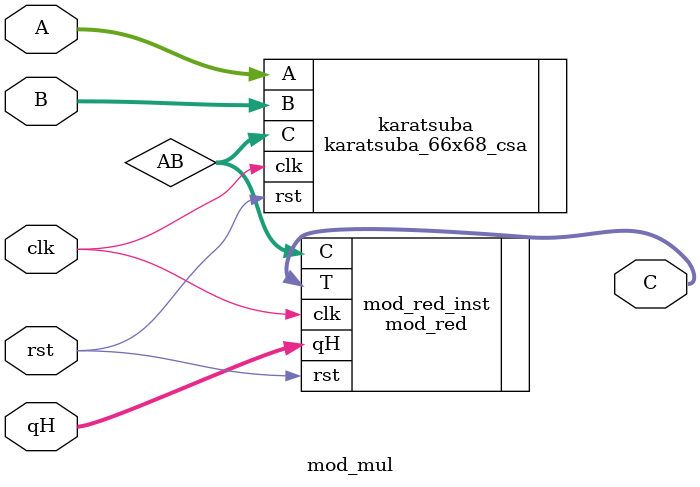
<source format=v>

module mod_mul 
   #(
        parameter Q_LEN  = 64,  // don't change
        parameter R      = 32,  // don't change
        parameter FF_OUT = 1
    )
    (
        input                     clk,
        input                     rst,
        input  wire [Q_LEN  -1:0]  A ,
        input  wire [Q_LEN  -1:0]  B ,
        input  wire [Q_LEN-R-1:0]  qH,
        output wire [Q_LEN  -1:0]  C

    );



///////////////////////////// signals ///////////////////////////////////

wire [Q_LEN*2-1:0] AB;

/////////////////////////////////////////////////////////////////////////




/////////////////////////// multiplication //////////////////////////////

karatsuba_66x68_csa
   #(
        .DSP_MACRO(1),
        .FF_IN    (1),
        .FF_SUM0  (1),
        .FF_SUB0  (1), 
        .FF_MUL   (1),
        .FF_SUM1  (1),
        .FF_SUM2  (1),
        .FF_SUB1  (1),
        .FF_OUT   (0)
    )  karatsuba (
        .clk(clk),
        .rst(rst),
        .A  (A  ),
        .B  (B  ),
        .C  (AB )
    );

/////////////////////////////////////////////////////////////////////////




/////////////////////////// reduction ///////////////////////////////////

mod_red
   #(
        .K     (Q_LEN*2),
        .Q_LEN (Q_LEN  ),  // don't change
        .R     (R      ),  // don't change
        .FF_OUT(FF_OUT )
    ) mod_red_inst (
        .clk(clk),
        .rst(rst),
        .qH (qH ),
        .C  (AB ),
        .T  (C  )
    );

/////////////////////////////////////////////////////////////////////////


endmodule

</source>
